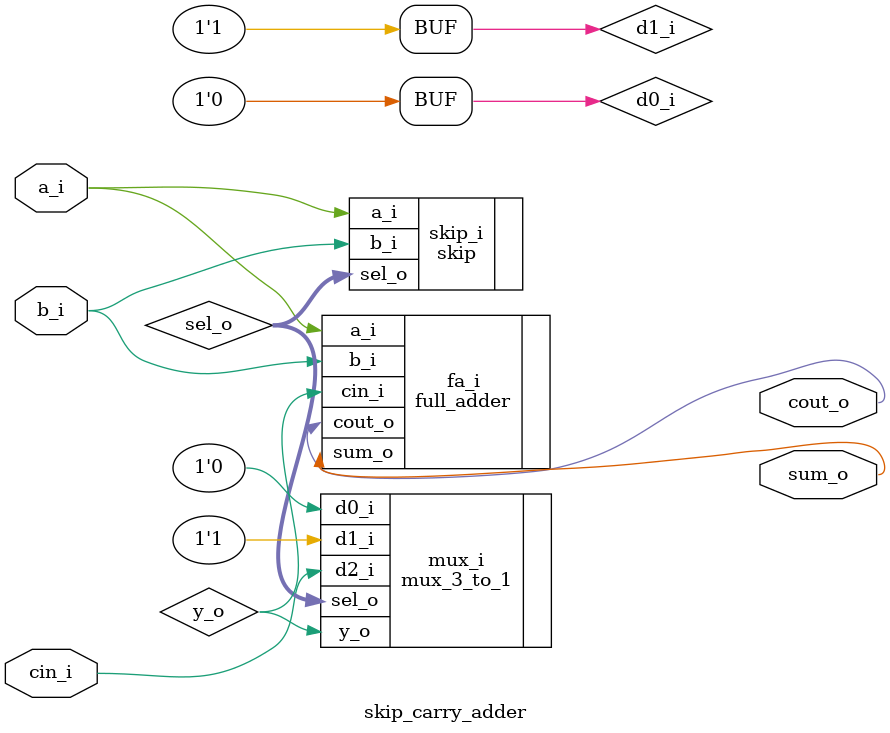
<source format=sv>
`timescale 1ns / 1ps

module skip_carry_adder(
        input logic     a_i,
        input logic     b_i,
        input logic     cin_i,
        output logic    sum_o,
        output logic    cout_o
    );
    logic [2:0] sel_o;
    logic d0_i = 1'b0;
    logic d1_i = 1'b1;
    logic y_o;
    
    skip skip_i(
        .a_i(a_i),
        .b_i(b_i),
        .sel_o(sel_o)
    );
    
    mux_3_to_1 mux_i(
        .d0_i(d0_i),
        .d1_i(d1_i),
        .d2_i(cin_i),
        .sel_o(sel_o),
        .y_o(y_o)
    );
    
    full_adder fa_i (
        .a_i(a_i),
        .b_i(b_i),
        .cin_i(y_o),
        .cout_o(cout_o),
        .sum_o(sum_o)
    );
endmodule

</source>
